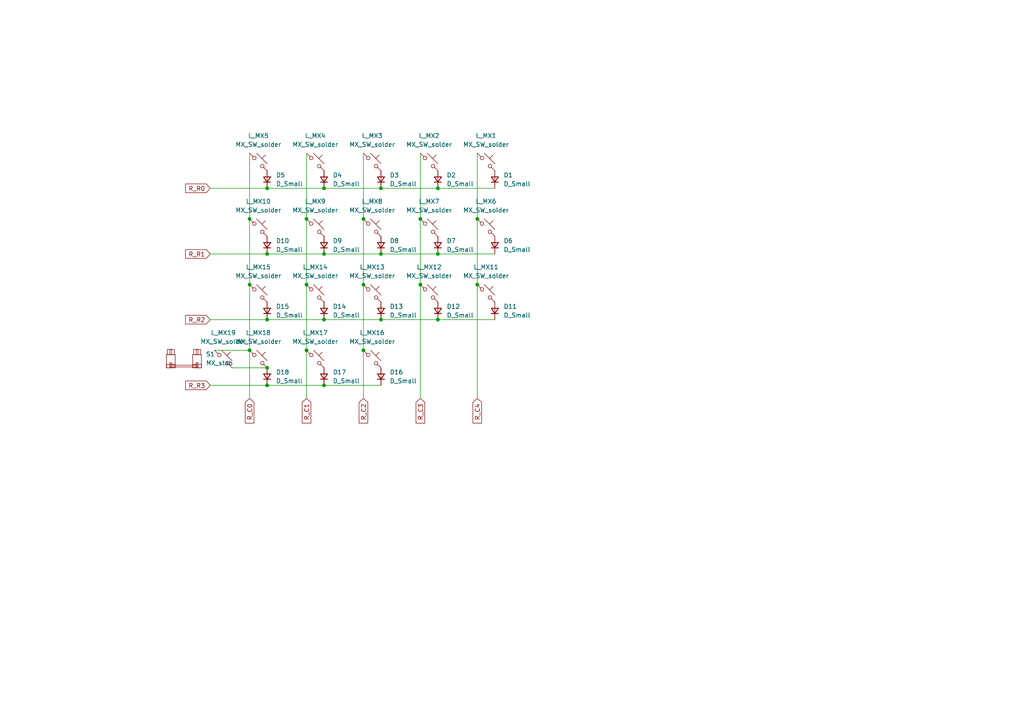
<source format=kicad_sch>
(kicad_sch (version 20230121) (generator eeschema)
  (paper "A4")
  (lib_symbols
    (symbol "Device:D_Small" (pin_numbers hide) (pin_names (offset 0.254) hide)
      (property "Reference" "D" (at -1.27 2.032 0))
      (property "Value" "D_Small" (at -3.81 -2.032 0))
      (symbol "D_Small_0_1"
        (polyline (pts (xy -0.762 -1.016) (xy -0.762 1.016)) (stroke (width 0.254)))
        (polyline (pts (xy -0.762 0) (xy 0.762 0)))
        (polyline (pts (xy 0.762 -1.016) (xy -0.762 0) (xy 0.762 1.016) (xy 0.762 -1.016)) (stroke (width 0.254)))
      )
      (symbol "D_Small_1_1"
        (pin passive line (at -2.54 0 0) (length 1.778) (name "K") (number "1"))
        (pin passive line (at 2.54 0 180) (length 1.778) (name "A") (number "2"))
      )
    )
    (symbol "PCM_marbastlib-mx:MX_SW_solder" (pin_numbers hide) (pin_names (offset 1.016) hide)
      (property "Reference" "MX" (at 3.048 1.016 0))
      (property "Value" "MX_SW_solder" (at 0 -3.81 0))
      (symbol "MX_SW_solder_0_1"
        (circle (center -1.1684 1.1684) (radius 0.508))
        (polyline (pts (xy -0.508 2.54) (xy 2.54 -0.508)))
        (polyline (pts (xy 1.016 1.016) (xy 2.032 2.032)))
        (polyline (pts (xy -2.54 2.54) (xy -1.524 1.524) (xy -1.524 1.524)))
        (polyline (pts (xy 1.524 -1.524) (xy 2.54 -2.54) (xy 2.54 -2.54) (xy 2.54 -2.54)))
        (circle (center 1.143 -1.1938) (radius 0.508))
        (pin passive line (at -2.54 2.54 0) (length 0) (name "1") (number "1"))
        (pin passive line (at 2.54 -2.54 180) (length 0) (name "2") (number "2"))
      )
    )
    (symbol "PCM_marbastlib-mx:MX_stab" (pin_names (offset 1.016))
      (property "Reference" "S" (at -5.08 6.35 0))
      (property "Value" "MX_stab" (at -5.08 3.81 0))
      (symbol "MX_stab_0_1"
        (rectangle (start -5.08 -1.524) (end -2.54 -2.54))
        (rectangle (start -5.08 1.27) (end -2.54 -2.54))
        (rectangle (start -4.826 2.794) (end -2.794 1.27))
        (rectangle (start -4.064 -2.286) (end -3.556 -1.016))
        (rectangle (start -4.064 -1.778) (end 4.064 -2.286))
        (rectangle (start -4.064 1.27) (end -3.556 2.794))
        (rectangle (start 2.54 -1.524) (end 5.08 -2.54))
        (rectangle (start 2.54 1.27) (end 5.08 -2.54))
        (rectangle (start 2.794 2.794) (end 4.826 1.27))
        (rectangle (start 3.556 1.27) (end 4.064 2.794))
        (rectangle (start 4.064 -2.286) (end 3.556 -1.016))
      )
    )
  )
  (junction (at 127 92.71))
  (junction (at 138.43 63.5))
  (junction (at 72.39 101.6))
  (junction (at 110.49 92.71))
  (junction (at 138.43 82.55))
  (junction (at 105.41 82.55))
  (junction (at 77.47 106.68))
  (junction (at 105.41 63.5))
  (junction (at 93.98 92.71))
  (junction (at 93.98 73.66))
  (junction (at 105.41 101.6))
  (junction (at 88.9 101.6))
  (junction (at 121.92 82.55))
  (junction (at 127 54.61))
  (junction (at 77.47 54.61))
  (junction (at 127 73.66))
  (junction (at 110.49 54.61))
  (junction (at 88.9 82.55))
  (junction (at 121.92 63.5))
  (junction (at 77.47 73.66))
  (junction (at 93.98 54.61))
  (junction (at 72.39 63.5))
  (junction (at 88.9 63.5))
  (junction (at 110.49 73.66))
  (junction (at 72.39 82.55))
  (junction (at 77.47 92.71))
  (junction (at 93.98 111.76))
  (junction (at 77.47 111.76))
  (wire (pts (xy 93.98 92.71) (xy 110.49 92.71)))
  (wire (pts (xy 127 54.61) (xy 143.51 54.61)))
  (wire (pts (xy 121.92 63.5) (xy 121.92 82.55)))
  (wire (pts (xy 60.96 54.61) (xy 77.47 54.61)))
  (wire (pts (xy 127 73.66) (xy 143.51 73.66)))
  (wire (pts (xy 110.49 92.71) (xy 127 92.71)))
  (wire (pts (xy 93.98 54.61) (xy 110.49 54.61)))
  (wire (pts (xy 88.9 82.55) (xy 88.9 101.6)))
  (wire (pts (xy 93.98 111.76) (xy 110.49 111.76)))
  (wire (pts (xy 105.41 82.55) (xy 105.41 101.6)))
  (wire (pts (xy 138.43 44.45) (xy 138.43 63.5)))
  (wire (pts (xy 93.98 73.66) (xy 110.49 73.66)))
  (wire (pts (xy 127 92.71) (xy 143.51 92.71)))
  (wire (pts (xy 88.9 101.6) (xy 88.9 115.57)))
  (wire (pts (xy 88.9 63.5) (xy 88.9 82.55)))
  (wire (pts (xy 121.92 82.55) (xy 121.92 115.57)))
  (wire (pts (xy 110.49 54.61) (xy 127 54.61)))
  (wire (pts (xy 105.41 101.6) (xy 105.41 115.57)))
  (wire (pts (xy 77.47 54.61) (xy 93.98 54.61)))
  (wire (pts (xy 77.47 92.71) (xy 93.98 92.71)))
  (wire (pts (xy 60.96 73.66) (xy 77.47 73.66)))
  (wire (pts (xy 138.43 82.55) (xy 138.43 115.57)))
  (wire (pts (xy 110.49 73.66) (xy 127 73.66)))
  (wire (pts (xy 77.47 111.76) (xy 93.98 111.76)))
  (wire (pts (xy 60.96 92.71) (xy 77.47 92.71)))
  (wire (pts (xy 67.31 106.68) (xy 77.47 106.68)))
  (wire (pts (xy 88.9 44.45) (xy 88.9 63.5)))
  (wire (pts (xy 138.43 63.5) (xy 138.43 82.55)))
  (wire (pts (xy 60.96 111.76) (xy 77.47 111.76)))
  (wire (pts (xy 77.47 73.66) (xy 93.98 73.66)))
  (wire (pts (xy 105.41 63.5) (xy 105.41 82.55)))
  (wire (pts (xy 72.39 82.55) (xy 72.39 101.6)))
  (wire (pts (xy 121.92 44.45) (xy 121.92 63.5)))
  (wire (pts (xy 72.39 101.6) (xy 72.39 115.57)))
  (wire (pts (xy 72.39 44.45) (xy 72.39 63.5)))
  (wire (pts (xy 72.39 63.5) (xy 72.39 82.55)))
  (wire (pts (xy 62.23 101.6) (xy 72.39 101.6)))
  (wire (pts (xy 105.41 44.45) (xy 105.41 63.5)))
  (global_label "R_C0" (shape input) (at 72.39 115.57 270) (property "Intersheetrefs" "${INTERSHEET_REFS}" (effects hide)))
  (global_label "R_C4" (shape input) (at 138.43 115.57 270) (property "Intersheetrefs" "${INTERSHEET_REFS}" (effects hide)))
  (global_label "R_C1" (shape input) (at 88.9 115.57 270) (property "Intersheetrefs" "${INTERSHEET_REFS}" (effects hide)))
  (global_label "R_R0" (shape input) (at 60.96 54.61 180) (property "Intersheetrefs" "${INTERSHEET_REFS}" (effects hide)))
  (global_label "R_R3" (shape input) (at 60.96 111.76 180) (property "Intersheetrefs" "${INTERSHEET_REFS}" (effects hide)))
  (global_label "R_R2" (shape input) (at 60.96 92.71 180) (property "Intersheetrefs" "${INTERSHEET_REFS}" (effects hide)))
  (global_label "R_R1" (shape input) (at 60.96 73.66 180) (property "Intersheetrefs" "${INTERSHEET_REFS}" (effects hide)))
  (global_label "R_C2" (shape input) (at 105.41 115.57 270) (property "Intersheetrefs" "${INTERSHEET_REFS}" (effects hide)))
  (global_label "R_C3" (shape input) (at 121.92 115.57 270) (property "Intersheetrefs" "${INTERSHEET_REFS}" (effects hide)))
  (symbol (lib_id "PCM_marbastlib-mx:MX_SW_solder") (at 107.95 104.14 0) (unit 1)
    (property "Reference" "L_MX16" (at 107.95 96.52 0))
    (property "Value" "MX_SW_solder" (at 107.95 99.06 0))
    (property "Footprint" "PCM_marbastlib-mx:SW_MX_1u" (effects hide))
    (instances (project "spruce_p3_together" (path "" (reference "L_MX16") (unit 1)) (path "" (reference "R_MX19") (unit 1))))
  )
  (symbol (lib_id "Device:D_Small") (at 93.98 109.22 90) (unit 1)
    (property "Reference" "D17" (at 96.52 107.95 90) (effects (justify right)))
    (property "Value" "D_Small" (at 96.52 110.49 90) (effects (justify right)))
    (property "Footprint" "Diode_SMD:D_SOD-323" (effects hide))
    (property "Sim.Device" "D" (effects hide))
    (property "Sim.Pins" "1=K 2=A" (effects hide))
    (instances (project "spruce_p3_together" (path "" (reference "D17") (unit 1)) (path "" (reference "D35") (unit 1))))
  )
  (symbol (lib_id "PCM_marbastlib-mx:MX_SW_solder") (at 124.46 66.04 0) (unit 1)
    (property "Reference" "L_MX7" (at 124.46 58.42 0))
    (property "Value" "MX_SW_solder" (at 124.46 60.96 0))
    (property "Footprint" "PCM_marbastlib-mx:SW_MX_1u" (effects hide))
    (instances (project "spruce_p3_together" (path "" (reference "L_MX7") (unit 1)) (path "" (reference "R_MX9") (unit 1))))
  )
  (symbol (lib_id "Device:D_Small") (at 93.98 90.17 90) (unit 1)
    (property "Reference" "D14" (at 96.52 88.9 90) (effects (justify right)))
    (property "Value" "D_Small" (at 96.52 91.44 90) (effects (justify right)))
    (property "Footprint" "Diode_SMD:D_SOD-323" (effects hide))
    (property "Sim.Device" "D" (effects hide))
    (property "Sim.Pins" "1=K 2=A" (effects hide))
    (instances (project "spruce_p3_together" (path "" (reference "D14") (unit 1)) (path "" (reference "D30") (unit 1))))
  )
  (symbol (lib_id "PCM_marbastlib-mx:MX_SW_solder") (at 91.44 104.14 0) (unit 1)
    (property "Reference" "L_MX17" (at 91.44 96.52 0))
    (property "Value" "MX_SW_solder" (at 91.44 99.06 0))
    (property "Footprint" "PCM_marbastlib-mx:SW_MX_1u" (effects hide))
    (instances (project "spruce_p3_together" (path "" (reference "L_MX17") (unit 1)) (path "" (reference "R_MX18") (unit 1))))
  )
  (symbol (lib_id "PCM_marbastlib-mx:MX_SW_solder") (at 107.95 46.99 0) (unit 1)
    (property "Reference" "L_MX3" (at 107.95 39.37 0))
    (property "Value" "MX_SW_solder" (at 107.95 41.91 0))
    (property "Footprint" "PCM_marbastlib-mx:SW_MX_1u" (effects hide))
    (instances (project "spruce_p3_together" (path "" (reference "L_MX3") (unit 1)) (path "" (reference "R_MX3") (unit 1))))
  )
  (symbol (lib_id "Device:D_Small") (at 77.47 109.22 90) (unit 1)
    (property "Reference" "D18" (at 80.01 107.95 90) (effects (justify right)))
    (property "Value" "D_Small" (at 80.01 110.49 90) (effects (justify right)))
    (property "Footprint" "Diode_SMD:D_SOD-323" (effects hide))
    (property "Sim.Device" "D" (effects hide))
    (property "Sim.Pins" "1=K 2=A" (effects hide))
    (instances (project "spruce_p3_together" (path "" (reference "D18") (unit 1)) (path "" (reference "D34") (unit 1))))
  )
  (symbol (lib_id "Device:D_Small") (at 77.47 71.12 90) (unit 1)
    (property "Reference" "D10" (at 80.01 69.85 90) (effects (justify right)))
    (property "Value" "D_Small" (at 80.01 72.39 90) (effects (justify right)))
    (property "Footprint" "Diode_SMD:D_SOD-323" (effects hide))
    (property "Sim.Device" "D" (effects hide))
    (property "Sim.Pins" "1=K 2=A" (effects hide))
    (instances (project "spruce_p3_together" (path "" (reference "D10") (unit 1)) (path "" (reference "D24") (unit 1))))
  )
  (symbol (lib_id "Device:D_Small") (at 110.49 109.22 90) (unit 1)
    (property "Reference" "D16" (at 113.03 107.95 90) (effects (justify right)))
    (property "Value" "D_Small" (at 113.03 110.49 90) (effects (justify right)))
    (property "Footprint" "Diode_SMD:D_SOD-323" (effects hide))
    (property "Sim.Device" "D" (effects hide))
    (property "Sim.Pins" "1=K 2=A" (effects hide))
    (instances (project "spruce_p3_together" (path "" (reference "D16") (unit 1)) (path "" (reference "D36") (unit 1))))
  )
  (symbol (lib_id "Device:D_Small") (at 77.47 52.07 90) (unit 1)
    (property "Reference" "D5" (at 80.01 50.8 90) (effects (justify right)))
    (property "Value" "D_Small" (at 80.01 53.34 90) (effects (justify right)))
    (property "Footprint" "Diode_SMD:D_SOD-323" (effects hide))
    (property "Sim.Device" "D" (effects hide))
    (property "Sim.Pins" "1=K 2=A" (effects hide))
    (instances (project "spruce_p3_together" (path "" (reference "D5") (unit 1)) (path "" (reference "D19") (unit 1))))
  )
  (symbol (lib_id "Device:D_Small") (at 110.49 90.17 90) (unit 1)
    (property "Reference" "D13" (at 113.03 88.9 90) (effects (justify right)))
    (property "Value" "D_Small" (at 113.03 91.44 90) (effects (justify right)))
    (property "Footprint" "Diode_SMD:D_SOD-323" (effects hide))
    (property "Sim.Device" "D" (effects hide))
    (property "Sim.Pins" "1=K 2=A" (effects hide))
    (instances (project "spruce_p3_together" (path "" (reference "D13") (unit 1)) (path "" (reference "D31") (unit 1))))
  )
  (symbol (lib_id "PCM_marbastlib-mx:MX_SW_solder") (at 74.93 66.04 0) (unit 1)
    (property "Reference" "L_MX10" (at 74.93 58.42 0))
    (property "Value" "MX_SW_solder" (at 74.93 60.96 0))
    (property "Footprint" "PCM_marbastlib-mx:SW_MX_1u" (effects hide))
    (instances (project "spruce_p3_together" (path "" (reference "L_MX10") (unit 1)) (path "" (reference "R_MX6") (unit 1))))
  )
  (symbol (lib_id "PCM_marbastlib-mx:MX_SW_solder") (at 140.97 46.99 0) (unit 1)
    (property "Reference" "L_MX1" (at 140.97 39.37 0))
    (property "Value" "MX_SW_solder" (at 140.97 41.91 0))
    (property "Footprint" "PCM_marbastlib-mx:SW_MX_1.75u" (effects hide))
    (instances (project "spruce_p3_together" (path "" (reference "L_MX1") (unit 1)) (path "" (reference "R_MX5") (unit 1))))
  )
  (symbol (lib_id "Device:D_Small") (at 110.49 71.12 90) (unit 1)
    (property "Reference" "D8" (at 113.03 69.85 90) (effects (justify right)))
    (property "Value" "D_Small" (at 113.03 72.39 90) (effects (justify right)))
    (property "Footprint" "Diode_SMD:D_SOD-323" (effects hide))
    (property "Sim.Device" "D" (effects hide))
    (property "Sim.Pins" "1=K 2=A" (effects hide))
    (instances (project "spruce_p3_together" (path "" (reference "D8") (unit 1)) (path "" (reference "D26") (unit 1))))
  )
  (symbol (lib_id "Device:D_Small") (at 127 90.17 90) (unit 1)
    (property "Reference" "D12" (at 129.54 88.9 90) (effects (justify right)))
    (property "Value" "D_Small" (at 129.54 91.44 90) (effects (justify right)))
    (property "Footprint" "Diode_SMD:D_SOD-323" (effects hide))
    (property "Sim.Device" "D" (effects hide))
    (property "Sim.Pins" "1=K 2=A" (effects hide))
    (instances (project "spruce_p3_together" (path "" (reference "D12") (unit 1)) (path "" (reference "D32") (unit 1))))
  )
  (symbol (lib_id "PCM_marbastlib-mx:MX_SW_solder") (at 140.97 85.09 0) (unit 1)
    (property "Reference" "L_MX11" (at 140.97 77.47 0))
    (property "Value" "MX_SW_solder" (at 140.97 80.01 0))
    (property "Footprint" "PCM_marbastlib-mx:SW_MX_1.5u" (effects hide))
    (instances (project "spruce_p3_together" (path "" (reference "L_MX11") (unit 1)) (path "" (reference "R_MX15") (unit 1))))
  )
  (symbol (lib_id "Device:D_Small") (at 93.98 52.07 90) (unit 1)
    (property "Reference" "D4" (at 96.52 50.8 90) (effects (justify right)))
    (property "Value" "D_Small" (at 96.52 53.34 90) (effects (justify right)))
    (property "Footprint" "Diode_SMD:D_SOD-323" (effects hide))
    (property "Sim.Device" "D" (effects hide))
    (property "Sim.Pins" "1=K 2=A" (effects hide))
    (instances (project "spruce_p3_together" (path "" (reference "D4") (unit 1)) (path "" (reference "D20") (unit 1))))
  )
  (symbol (lib_id "PCM_marbastlib-mx:MX_SW_solder") (at 107.95 85.09 0) (unit 1)
    (property "Reference" "L_MX13" (at 107.95 77.47 0))
    (property "Value" "MX_SW_solder" (at 107.95 80.01 0))
    (property "Footprint" "PCM_marbastlib-mx:SW_MX_1.25u" (effects hide))
    (instances (project "spruce_p3_together" (path "" (reference "L_MX13") (unit 1)) (path "" (reference "R_MX13") (unit 1))))
  )
  (symbol (lib_id "Device:D_Small") (at 77.47 90.17 90) (unit 1)
    (property "Reference" "D15" (at 80.01 88.9 90) (effects (justify right)))
    (property "Value" "D_Small" (at 80.01 91.44 90) (effects (justify right)))
    (property "Footprint" "Diode_SMD:D_SOD-323" (effects hide))
    (property "Sim.Device" "D" (effects hide))
    (property "Sim.Pins" "1=K 2=A" (effects hide))
    (instances (project "spruce_p3_together" (path "" (reference "D15") (unit 1)) (path "" (reference "D29") (unit 1))))
  )
  (symbol (lib_id "PCM_marbastlib-mx:MX_SW_solder") (at 140.97 66.04 0) (unit 1)
    (property "Reference" "L_MX6" (at 140.97 58.42 0))
    (property "Value" "MX_SW_solder" (at 140.97 60.96 0))
    (property "Footprint" "PCM_marbastlib-mx:SW_MX_1u" (effects hide))
    (instances (project "spruce_p3_together" (path "" (reference "L_MX6") (unit 1)) (path "" (reference "R_MX10") (unit 1))))
  )
  (symbol (lib_id "PCM_marbastlib-mx:MX_SW_solder") (at 74.93 104.14 0) (unit 1)
    (property "Reference" "L_MX18" (at 74.93 96.52 0))
    (property "Value" "MX_SW_solder" (at 74.93 99.06 0))
    (property "Footprint" "PCM_marbastlib-mx:SW_MX_1u" (effects hide))
    (instances (project "spruce_p3_together" (path "" (reference "L_MX18") (unit 1)) (path "" (reference "R_MX17") (unit 1))))
  )
  (symbol (lib_id "Device:D_Small") (at 127 71.12 90) (unit 1)
    (property "Reference" "D7" (at 129.54 69.85 90) (effects (justify right)))
    (property "Value" "D_Small" (at 129.54 72.39 90) (effects (justify right)))
    (property "Footprint" "Diode_SMD:D_SOD-323" (effects hide))
    (property "Sim.Device" "D" (effects hide))
    (property "Sim.Pins" "1=K 2=A" (effects hide))
    (instances (project "spruce_p3_together" (path "" (reference "D7") (unit 1)) (path "" (reference "D27") (unit 1))))
  )
  (symbol (lib_id "Device:D_Small") (at 143.51 71.12 90) (unit 1)
    (property "Reference" "D6" (at 146.05 69.85 90) (effects (justify right)))
    (property "Value" "D_Small" (at 146.05 72.39 90) (effects (justify right)))
    (property "Footprint" "Diode_SMD:D_SOD-323" (effects hide))
    (property "Sim.Device" "D" (effects hide))
    (property "Sim.Pins" "1=K 2=A" (effects hide))
    (instances (project "spruce_p3_together" (path "" (reference "D6") (unit 1)) (path "" (reference "D28") (unit 1))))
  )
  (symbol (lib_id "Device:D_Small") (at 93.98 71.12 90) (unit 1)
    (property "Reference" "D9" (at 96.52 69.85 90) (effects (justify right)))
    (property "Value" "D_Small" (at 96.52 72.39 90) (effects (justify right)))
    (property "Footprint" "Diode_SMD:D_SOD-323" (effects hide))
    (property "Sim.Device" "D" (effects hide))
    (property "Sim.Pins" "1=K 2=A" (effects hide))
    (instances (project "spruce_p3_together" (path "" (reference "D9") (unit 1)) (path "" (reference "D25") (unit 1))))
  )
  (symbol (lib_id "PCM_marbastlib-mx:MX_SW_solder") (at 74.93 46.99 0) (unit 1)
    (property "Reference" "L_MX5" (at 74.93 39.37 0))
    (property "Value" "MX_SW_solder" (at 74.93 41.91 0))
    (property "Footprint" "PCM_marbastlib-mx:SW_MX_1.25u" (effects hide))
    (instances (project "spruce_p3_together" (path "" (reference "L_MX5") (unit 1)) (path "" (reference "R_MX1") (unit 1))))
  )
  (symbol (lib_id "PCM_marbastlib-mx:MX_SW_solder") (at 91.44 46.99 0) (unit 1)
    (property "Reference" "L_MX4" (at 91.44 39.37 0))
    (property "Value" "MX_SW_solder" (at 91.44 41.91 0))
    (property "Footprint" "PCM_marbastlib-mx:SW_MX_1.25u" (effects hide))
    (instances (project "spruce_p3_together" (path "" (reference "L_MX4") (unit 1)) (path "" (reference "R_MX2") (unit 1))))
  )
  (symbol (lib_id "Device:D_Small") (at 143.51 52.07 90) (unit 1)
    (property "Reference" "D1" (at 146.05 50.8 90) (effects (justify right)))
    (property "Value" "D_Small" (at 146.05 53.34 90) (effects (justify right)))
    (property "Footprint" "Diode_SMD:D_SOD-323" (effects hide))
    (property "Sim.Device" "D" (effects hide))
    (property "Sim.Pins" "1=K 2=A" (effects hide))
    (instances (project "spruce_p3_together" (path "" (reference "D1") (unit 1)) (path "" (reference "D23") (unit 1))))
  )
  (symbol (lib_id "PCM_marbastlib-mx:MX_SW_solder") (at 91.44 85.09 0) (unit 1)
    (property "Reference" "L_MX14" (at 91.44 77.47 0))
    (property "Value" "MX_SW_solder" (at 91.44 80.01 0))
    (property "Footprint" "PCM_marbastlib-mx:SW_MX_1u" (effects hide))
    (instances (project "spruce_p3_together" (path "" (reference "L_MX14") (unit 1)) (path "" (reference "R_MX12") (unit 1))))
  )
  (symbol (lib_id "PCM_marbastlib-mx:MX_SW_solder") (at 124.46 46.99 0) (unit 1)
    (property "Reference" "L_MX2" (at 124.46 39.37 0))
    (property "Value" "MX_SW_solder" (at 124.46 41.91 0))
    (property "Footprint" "PCM_marbastlib-mx:SW_MX_1.5u" (effects hide))
    (instances (project "spruce_p3_together" (path "" (reference "L_MX2") (unit 1)) (path "" (reference "R_MX4") (unit 1))))
  )
  (symbol (lib_id "Device:D_Small") (at 110.49 52.07 90) (unit 1)
    (property "Reference" "D3" (at 113.03 50.8 90) (effects (justify right)))
    (property "Value" "D_Small" (at 113.03 53.34 90) (effects (justify right)))
    (property "Footprint" "Diode_SMD:D_SOD-323" (effects hide))
    (property "Sim.Device" "D" (effects hide))
    (property "Sim.Pins" "1=K 2=A" (effects hide))
    (instances (project "spruce_p3_together" (path "" (reference "D3") (unit 1)) (path "" (reference "D21") (unit 1))))
  )
  (symbol (lib_id "Device:D_Small") (at 143.51 90.17 90) (unit 1)
    (property "Reference" "D11" (at 146.05 88.9 90) (effects (justify right)))
    (property "Value" "D_Small" (at 146.05 91.44 90) (effects (justify right)))
    (property "Footprint" "Diode_SMD:D_SOD-323" (effects hide))
    (property "Sim.Device" "D" (effects hide))
    (property "Sim.Pins" "1=K 2=A" (effects hide))
    (instances (project "spruce_p3_together" (path "" (reference "D11") (unit 1)) (path "" (reference "D33") (unit 1))))
  )
  (symbol (lib_id "PCM_marbastlib-mx:MX_SW_solder") (at 91.44 66.04 0) (unit 1)
    (property "Reference" "L_MX9" (at 91.44 58.42 0))
    (property "Value" "MX_SW_solder" (at 91.44 60.96 0))
    (property "Footprint" "PCM_marbastlib-mx:SW_MX_1u" (effects hide))
    (instances (project "spruce_p3_together" (path "" (reference "L_MX9") (unit 1)) (path "" (reference "R_MX7") (unit 1))))
  )
  (symbol (lib_id "PCM_marbastlib-mx:MX_SW_solder") (at 64.77 104.14 0) (unit 1)
    (property "Reference" "L_MX19" (at 64.77 96.52 0))
    (property "Value" "MX_SW_solder" (at 64.77 99.06 0))
    (property "Footprint" "PCM_marbastlib-mx:SW_MX_1u" (effects hide))
    (instances (project "spruce_p3_together" (path "" (reference "L_MX19") (unit 1)) (path "" (reference "R_MX16") (unit 1))))
  )
  (symbol (lib_id "PCM_marbastlib-mx:MX_SW_solder") (at 124.46 85.09 0) (unit 1)
    (property "Reference" "L_MX12" (at 124.46 77.47 0))
    (property "Value" "MX_SW_solder" (at 124.46 80.01 0))
    (property "Footprint" "PCM_marbastlib-mx:SW_MX_1.75u" (effects hide))
    (instances (project "spruce_p3_together" (path "" (reference "L_MX12") (unit 1)) (path "" (reference "R_MX14") (unit 1))))
  )
  (symbol (lib_id "PCM_marbastlib-mx:MX_stab") (at 53.34 104.14 0) (unit 1)
    (property "Reference" "S1" (at 59.69 102.743 0) (effects (justify left)))
    (property "Value" "MX_stab" (at 59.69 105.283 0) (effects (justify left)))
    (property "Footprint" "PCM_marbastlib-mx:STAB_MX_2u" (effects hide))
    (instances (project "spruce_p3_together" (path "" (reference "S1") (unit 1)) (path "" (reference "S2") (unit 1))))
  )
  (symbol (lib_id "PCM_marbastlib-mx:MX_SW_solder") (at 107.95 66.04 0) (unit 1)
    (property "Reference" "L_MX8" (at 107.95 58.42 0))
    (property "Value" "MX_SW_solder" (at 107.95 60.96 0))
    (property "Footprint" "PCM_marbastlib-mx:SW_MX_1u" (effects hide))
    (instances (project "spruce_p3_together" (path "" (reference "L_MX8") (unit 1)) (path "" (reference "R_MX8") (unit 1))))
  )
  (symbol (lib_id "Device:D_Small") (at 127 52.07 90) (unit 1)
    (property "Reference" "D2" (at 129.54 50.8 90) (effects (justify right)))
    (property "Value" "D_Small" (at 129.54 53.34 90) (effects (justify right)))
    (property "Footprint" "Diode_SMD:D_SOD-323" (effects hide))
    (property "Sim.Device" "D" (effects hide))
    (property "Sim.Pins" "1=K 2=A" (effects hide))
    (instances (project "spruce_p3_together" (path "" (reference "D2") (unit 1)) (path "" (reference "D22") (unit 1))))
  )
  (symbol (lib_id "PCM_marbastlib-mx:MX_SW_solder") (at 74.93 85.09 0) (unit 1)
    (property "Reference" "L_MX15" (at 74.93 77.47 0))
    (property "Value" "MX_SW_solder" (at 74.93 80.01 0))
    (property "Footprint" "PCM_marbastlib-mx:SW_MX_1u" (effects hide))
    (instances (project "spruce_p3_together" (path "" (reference "L_MX15") (unit 1)) (path "" (reference "R_MX11") (unit 1))))
  )
)
</source>
